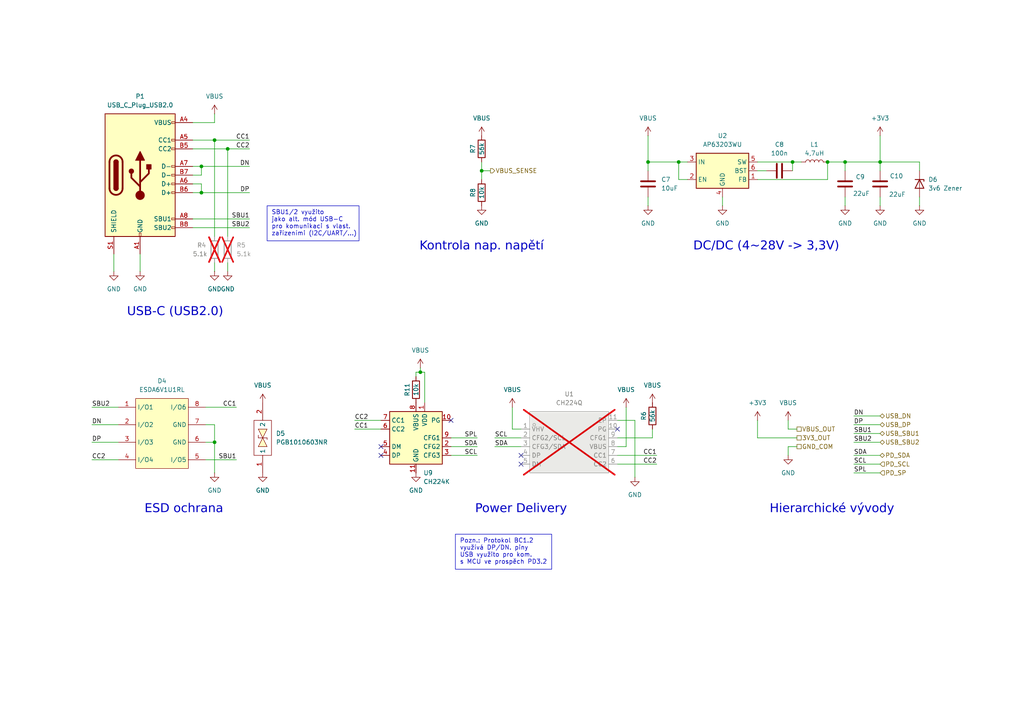
<source format=kicad_sch>
(kicad_sch (version 20250114) (generator "eeschema") (generator_version "9.0")
  (paper "A4")
  (title_block (title "PocKETlab") (date "2025-05-03") (rev "1.0.3") (company "TeaTech & KET FEL ZČU") (comment 1 "Licence: MIT") (comment 2 "Napájecí kaskáda, řízení Power Delivery a ESD ochrana USB") (comment 4 "Vyhotovil: Jiří Švihla"))
  (lib_symbols
    (symbol "Connector:USB_C_Receptacle_USB2.0" (pin_names (offset 1.016))
      (property "Reference" "J" (at -10.16 19.05 0))
      (property "Value" "USB_C_Receptacle_USB2.0" (at 19.05 19.05 0))
      (symbol "USB_C_Receptacle_USB2.0_0_0"
        (rectangle (start -0.254 -17.78) (end 0.254 -16.764))
        (rectangle (start 10.16 15.494) (end 9.144 14.986))
        (rectangle (start 10.16 10.414) (end 9.144 9.906))
        (rectangle (start 10.16 7.874) (end 9.144 7.366))
        (rectangle (start 10.16 2.794) (end 9.144 2.286))
        (rectangle (start 10.16 0.254) (end 9.144 -0.254))
        (rectangle (start 10.16 -2.286) (end 9.144 -2.794))
        (rectangle (start 10.16 -4.826) (end 9.144 -5.334))
        (rectangle (start 10.16 -12.446) (end 9.144 -12.954))
        (rectangle (start 10.16 -14.986) (end 9.144 -15.494))
      )
      (symbol "USB_C_Receptacle_USB2.0_0_1"
        (rectangle (start -10.16 17.78) (end 10.16 -17.78) (stroke (width 0.254)) (fill (type background)))
        (polyline (pts (xy -8.89 -3.81) (xy -8.89 3.81)) (stroke (width 0.508)))
        (rectangle (start -7.62 -3.81) (end -6.35 3.81) (stroke (width 0.254)) (fill (type outline)))
        (arc (start -7.62 3.81) (mid -6.985 4.4423) (end -6.35 3.81) (stroke (width 0.254)))
        (arc (start -7.62 3.81) (mid -6.985 4.4423) (end -6.35 3.81) (stroke (width 0.254)) (fill (type outline)))
        (arc (start -8.89 3.81) (mid -6.985 5.7067) (end -5.08 3.81) (stroke (width 0.508)))
        (arc (start -5.08 -3.81) (mid -6.985 -5.7067) (end -8.89 -3.81) (stroke (width 0.508)))
        (arc (start -6.35 -3.81) (mid -6.985 -4.4423) (end -7.62 -3.81) (stroke (width 0.254)))
        (arc (start -6.35 -3.81) (mid -6.985 -4.4423) (end -7.62 -3.81) (stroke (width 0.254)) (fill (type outline)))
        (polyline (pts (xy -5.08 3.81) (xy -5.08 -3.81)) (stroke (width 0.508)))
        (circle (center -2.54 1.143) (radius 0.635) (stroke (width 0.254)) (fill (type outline)))
        (polyline (pts (xy -1.27 4.318) (xy 0 6.858) (xy 1.27 4.318) (xy -1.27 4.318)) (stroke (width 0.254)) (fill (type outline)))
        (polyline (pts (xy 0 -2.032) (xy 2.54 0.508) (xy 2.54 1.778)) (stroke (width 0.508)))
        (polyline (pts (xy 0 -3.302) (xy -2.54 -0.762) (xy -2.54 0.508)) (stroke (width 0.508)))
        (polyline (pts (xy 0 -5.842) (xy 0 4.318)) (stroke (width 0.508)))
        (circle (center 0 -5.842) (radius 1.27) (fill (type outline)))
        (rectangle (start 1.905 1.778) (end 3.175 3.048) (stroke (width 0.254)) (fill (type outline)))
      )
      (symbol "USB_C_Receptacle_USB2.0_1_1"
        (pin passive line (at -7.62 -22.86 90) (length 5.08) (name "SHIELD") (number "S1"))
        (pin passive line (at 0 -22.86 90) (length 5.08) (name "GND") (number "A1"))
        (pin passive line (at 0 -22.86 90) (length 5.08) (hide yes) (name "GND") (number "A12"))
        (pin passive line (at 0 -22.86 90) (length 5.08) (hide yes) (name "GND") (number "B1"))
        (pin passive line (at 0 -22.86 90) (length 5.08) (hide yes) (name "GND") (number "B12"))
        (pin passive line (at 15.24 15.24 180) (length 5.08) (name "VBUS") (number "A4"))
        (pin passive line (at 15.24 15.24 180) (length 5.08) (hide yes) (name "VBUS") (number "A9"))
        (pin passive line (at 15.24 15.24 180) (length 5.08) (hide yes) (name "VBUS") (number "B4"))
        (pin passive line (at 15.24 15.24 180) (length 5.08) (hide yes) (name "VBUS") (number "B9"))
        (pin bidirectional line (at 15.24 10.16 180) (length 5.08) (name "CC1") (number "A5"))
        (pin bidirectional line (at 15.24 7.62 180) (length 5.08) (name "CC2") (number "B5"))
        (pin bidirectional line (at 15.24 2.54 180) (length 5.08) (name "D-") (number "A7"))
        (pin bidirectional line (at 15.24 0 180) (length 5.08) (name "D-") (number "B7"))
        (pin bidirectional line (at 15.24 -2.54 180) (length 5.08) (name "D+") (number "A6"))
        (pin bidirectional line (at 15.24 -5.08 180) (length 5.08) (name "D+") (number "B6"))
        (pin bidirectional line (at 15.24 -12.7 180) (length 5.08) (name "SBU1") (number "A8"))
        (pin bidirectional line (at 15.24 -15.24 180) (length 5.08) (name "SBU2") (number "B8"))
      )
    )
    (symbol "Device:C" (pin_numbers (hide yes)) (pin_names (offset 0.254))
      (property "Reference" "C" (at 0.635 2.54 0))
      (property "Value" "C" (at 0.635 -2.54 0))
      (symbol "C_0_1"
        (polyline (pts (xy -2.032 0.762) (xy 2.032 0.762)) (stroke (width 0.508)))
        (polyline (pts (xy -2.032 -0.762) (xy 2.032 -0.762)) (stroke (width 0.508)))
      )
      (symbol "C_1_1"
        (pin passive line (at 0 3.81 270) (length 2.794) (name "~") (number "1"))
        (pin passive line (at 0 -3.81 90) (length 2.794) (name "~") (number "2"))
      )
    )
    (symbol "Device:D_Zener" (pin_numbers (hide yes)) (pin_names (offset 1.016) (hide yes))
      (property "Reference" "D" (at 0 2.54 0))
      (property "Value" "D_Zener" (at 0 -2.54 0))
      (symbol "D_Zener_0_1"
        (polyline (pts (xy -1.27 -1.27) (xy -1.27 1.27) (xy -0.762 1.27)) (stroke (width 0.254)))
        (polyline (pts (xy 1.27 0) (xy -1.27 0)))
        (polyline (pts (xy 1.27 -1.27) (xy 1.27 1.27) (xy -1.27 0) (xy 1.27 -1.27)) (stroke (width 0.254)))
      )
      (symbol "D_Zener_1_1"
        (pin passive line (at -3.81 0 0) (length 2.54) (name "K") (number "1"))
        (pin passive line (at 3.81 0 180) (length 2.54) (name "A") (number "2"))
      )
    )
    (symbol "Device:L" (pin_numbers (hide yes)) (pin_names (offset 1.016) (hide yes))
      (property "Reference" "L" (at -1.27 0 90))
      (property "Value" "L" (at 1.905 0 90))
      (symbol "L_0_1"
        (arc (start 0 2.54) (mid 0.6323 1.905) (end 0 1.27))
        (arc (start 0 1.27) (mid 0.6323 0.635) (end 0 0))
        (arc (start 0 0) (mid 0.6323 -0.635) (end 0 -1.27))
        (arc (start 0 -1.27) (mid 0.6323 -1.905) (end 0 -2.54))
      )
      (symbol "L_1_1"
        (pin passive line (at 0 3.81 270) (length 1.27) (name "1") (number "1"))
        (pin passive line (at 0 -3.81 90) (length 1.27) (name "2") (number "2"))
      )
    )
    (symbol "Device:R" (pin_numbers (hide yes)) (pin_names (offset 0))
      (property "Reference" "R" (at 2.032 0 90))
      (property "Value" "R" (at 0 0 90))
      (symbol "R_0_1"
        (rectangle (start -1.016 -2.54) (end 1.016 2.54) (stroke (width 0.254)))
      )
      (symbol "R_1_1"
        (pin passive line (at 0 3.81 270) (length 1.27) (name "~") (number "1"))
        (pin passive line (at 0 -3.81 90) (length 1.27) (name "~") (number "2"))
      )
    )
    (symbol "Interface_USB:CH224K"
      (property "Reference" "U" (at -7.874 -8.89 0))
      (property "Value" "CH224K" (at 3.048 -8.89 0))
      (symbol "CH224K_1_1"
        (rectangle (start -7.62 7.62) (end 7.62 -7.62) (stroke (width 0.254)) (fill (type background)))
        (pin bidirectional line (at -10.16 5.08 0) (length 2.54) (name "CC1") (number "7"))
        (pin bidirectional line (at -10.16 2.54 0) (length 2.54) (name "CC2") (number "6"))
        (pin bidirectional line (at -10.16 -2.54 0) (length 2.54) (name "DM") (number "5"))
        (pin bidirectional line (at -10.16 -5.08 0) (length 2.54) (name "DP") (number "4"))
        (pin passive line (at 0 10.16 270) (length 2.54) (name "VBUS") (number "8"))
        (pin power_in line (at 0 -10.16 90) (length 2.54) (name "GND") (number "11"))
        (pin power_in line (at 2.54 10.16 270) (length 2.54) (name "VDD") (number "1"))
        (pin open_collector line (at 10.16 5.08 180) (length 2.54) (name "PG") (number "10"))
        (pin passive line (at 10.16 0 180) (length 2.54) (name "CFG1") (number "9"))
        (pin passive line (at 10.16 -2.54 180) (length 2.54) (name "CFG2") (number "2"))
        (pin passive line (at 10.16 -5.08 180) (length 2.54) (name "CFG3") (number "3"))
      )
    )
    (symbol "Regulator_Switching:AP63203WU"
      (property "Reference" "U" (at -7.62 6.35 0))
      (property "Value" "AP63203WU" (at 2.54 6.35 0))
      (symbol "AP63203WU_0_1"
        (rectangle (start -7.62 5.08) (end 7.62 -5.08) (stroke (width 0.254)) (fill (type background)))
      )
      (symbol "AP63203WU_1_1"
        (pin power_in line (at -10.16 2.54 0) (length 2.54) (name "IN") (number "3"))
        (pin input line (at -10.16 -2.54 0) (length 2.54) (name "EN") (number "2"))
        (pin power_in line (at 0 -7.62 90) (length 2.54) (name "GND") (number "4"))
        (pin output line (at 10.16 2.54 180) (length 2.54) (name "SW") (number "5"))
        (pin passive line (at 10.16 0 180) (length 2.54) (name "BST") (number "6"))
        (pin input line (at 10.16 -2.54 180) (length 2.54) (name "FB") (number "1"))
      )
    )
    (symbol "easyeda2kicad:CH224Q_C46061833"
      (property "Reference" "U" (at 0 11.43 0))
      (property "Value" "CH224Q_C46061833" (at 0 -11.43 0))
      (symbol "CH224Q_C46061833_0_1"
        (rectangle (start -11.43 8.89) (end 11.43 -8.89) (fill (type background)))
        (circle (center -10.16 5.08) (radius 0.38))
        (pin unspecified line (at -13.97 3.81 0) (length 2.54) (name "VHV") (number "1"))
        (pin unspecified line (at -13.97 1.27 0) (length 2.54) (name "CFG2/SCL") (number "2"))
        (pin unspecified line (at -13.97 -1.27 0) (length 2.54) (name "CFG3/SDA") (number "3"))
        (pin unspecified line (at -13.97 -3.81 0) (length 2.54) (name "DP") (number "4"))
        (pin unspecified line (at -13.97 -6.35 0) (length 2.54) (name "DM") (number "5"))
        (pin unspecified line (at 13.97 6.35 180) (length 2.54) (name "EP") (number "11"))
        (pin unspecified line (at 13.97 3.81 180) (length 2.54) (name "PG") (number "10"))
        (pin unspecified line (at 13.97 1.27 180) (length 2.54) (name "CFG1") (number "9"))
        (pin unspecified line (at 13.97 -1.27 180) (length 2.54) (name "VBUS") (number "8"))
        (pin unspecified line (at 13.97 -3.81 180) (length 2.54) (name "CC1") (number "7"))
        (pin unspecified line (at 13.97 -6.35 180) (length 2.54) (name "CC2") (number "6"))
      )
    )
    (symbol "easyeda2kicad:ESDA6V1U1RL"
      (property "Reference" "D" (at 0 12.7 0))
      (property "Value" "ESDA6V1U1RL" (at 0 -12.7 0))
      (symbol "ESDA6V1U1RL_0_1"
        (rectangle (start -7.62 10.16) (end 7.62 -10.16) (fill (type background)))
      )
      (symbol "ESDA6V1U1RL_1_1"
        (pin input line (at -12.7 7.62 0) (length 5.08) (name "I/O1") (number "1"))
        (pin input line (at -12.7 2.54 0) (length 5.08) (name "I/O2") (number "2"))
        (pin input line (at -12.7 -2.54 0) (length 5.08) (name "I/O3") (number "3"))
        (pin input line (at -12.7 -7.62 0) (length 5.08) (name "I/O4") (number "4"))
        (pin input line (at 12.7 7.62 180) (length 5.08) (name "I/O6") (number "8"))
        (pin power_in line (at 12.7 2.54 180) (length 5.08) (name "GND") (number "7"))
        (pin power_in line (at 12.7 -2.54 180) (length 5.08) (name "GND") (number "6"))
        (pin input line (at 12.7 -7.62 180) (length 5.08) (name "I/O5") (number "5"))
      )
    )
    (symbol "easyeda2kicad:PGB1010603NR"
      (property "Reference" "D" (at 0 5.08 0))
      (property "Value" "PGB1010603NR" (at 0 -5.08 0))
      (symbol "PGB1010603NR_0_1"
        (polyline (pts (xy -2.54 1.27) (xy 0 0) (xy -2.54 -1.27) (xy -2.54 1.27)) (fill (type background)))
        (polyline (pts (xy -0.51 -1.27) (xy 0 -1.27)))
        (polyline (pts (xy 0 1.27) (xy 0.76 1.27)))
        (polyline (pts (xy 0 0) (xy 0 1.27)))
        (polyline (pts (xy 0 -1.27) (xy 0 0)))
        (polyline (pts (xy 2.54 1.27) (xy 0 0) (xy 2.54 -1.27) (xy 2.54 1.27)) (fill (type background)))
      )
      (symbol "PGB1010603NR_1_1"
        (rectangle (start -5.08 2.54) (end 5.08 -2.54))
        (pin passive line (at -10.16 0 0) (length 5.08) (name "1") (number "1"))
        (pin passive line (at 10.16 0 180) (length 5.08) (name "2") (number "2"))
      )
    )
    (symbol "power:+3V3" (power) (pin_numbers (hide yes)) (pin_names (offset 0) (hide yes))
      (property "Value" "+3V3" (at 0 3.556 0))
      (symbol "+3V3_0_1"
        (polyline (pts (xy -0.762 1.27) (xy 0 2.54)))
        (polyline (pts (xy 0 2.54) (xy 0.762 1.27)))
        (polyline (pts (xy 0 0) (xy 0 2.54)))
      )
      (symbol "+3V3_1_1"
        (pin power_in line (at 0 0 90) (length 0) (name "~") (number "1"))
      )
    )
    (symbol "power:GND" (power) (pin_numbers (hide yes)) (pin_names (offset 0) (hide yes))
      (property "Value" "GND" (at 0 -3.81 0))
      (symbol "GND_0_1"
        (polyline (pts (xy 0 0) (xy 0 -1.27) (xy 1.27 -1.27) (xy 0 -2.54) (xy -1.27 -1.27) (xy 0 -1.27)))
      )
      (symbol "GND_1_1"
        (pin power_in line (at 0 0 270) (length 0) (name "~") (number "1"))
      )
    )
    (symbol "power:VBUS" (power) (pin_numbers (hide yes)) (pin_names (offset 0) (hide yes))
      (property "Value" "VBUS" (at 0 3.556 0))
      (symbol "VBUS_0_1"
        (polyline (pts (xy -0.762 1.27) (xy 0 2.54)))
        (polyline (pts (xy 0 2.54) (xy 0.762 1.27)))
        (polyline (pts (xy 0 0) (xy 0 2.54)))
      )
      (symbol "VBUS_1_1"
        (pin power_in line (at 0 0 90) (length 0) (name "~") (number "1"))
      )
    )
  )
  (rectangle (start 77.47 59.69) (end 104.14 69.85))
  (rectangle (start 132.08 154.94) (end 160.02 165.1))
  (text "Pozn.: Protokol BC1.2\nvyužívá DP/DN. piny\nUSB využito pro kom.\ns MCU ve prospěch PD3.2" (at 133.35 160.02 0) (effects (font (size 1.27 1.27)) (justify left)))
  (text "Hierarchické vývody" (at 241.3 149.86 0) (effects (font (size 2.54 2.54)) (justify bottom)))
  (text "USB-C (USB2.0)" (at 50.8 92.71 0) (effects (font (size 2.54 2.54)) (justify bottom)))
  (text "SBU1/2 využito\njako alt. mód USB-C\npro komunikaci s vlast.\nzařízeními (I2C/UART/...)" (at 78.74 64.77 0) (effects (font (size 1.27 1.27)) (justify left)))
  (text "DC/DC (4~28V -> 3,3V)" (at 222.25 73.66 0) (effects (font (size 2.54 2.54)) (justify bottom)))
  (text "Kontrola nap. napětí" (at 139.7 73.66 0) (effects (font (size 2.54 2.54)) (justify bottom)))
  (text "ESD ochrana" (at 53.34 149.86 0) (effects (font (size 2.54 2.54)) (justify bottom)))
  (text "Power Delivery" (at 151.13 149.86 0) (effects (font (size 2.54 2.54)) (justify bottom)))
  (junction (at 62.23 128.27))
  (junction (at 240.03 46.99))
  (junction (at 245.11 46.99))
  (junction (at 196.85 46.99))
  (junction (at 187.96 46.99))
  (junction (at 255.27 46.99))
  (junction (at 121.92 107.95))
  (junction (at 62.23 40.64))
  (junction (at 58.42 48.26))
  (junction (at 58.42 55.88))
  (junction (at 229.87 46.99))
  (junction (at 139.7 49.53))
  (junction (at 66.04 43.18))
  (no_connect (at 151.13 134.62))
  (no_connect (at 110.49 132.08))
  (no_connect (at 179.07 124.46))
  (no_connect (at 130.81 121.92))
  (no_connect (at 110.49 129.54))
  (no_connect (at 151.13 132.08))
  (wire (pts (xy 55.88 43.18) (xy 66.04 43.18)))
  (wire (pts (xy 179.07 134.62) (xy 190.5 134.62)))
  (wire (pts (xy 139.7 49.53) (xy 139.7 52.07)))
  (wire (pts (xy 266.7 57.15) (xy 266.7 59.69)))
  (wire (pts (xy 55.88 55.88) (xy 58.42 55.88)))
  (wire (pts (xy 66.04 43.18) (xy 72.39 43.18)))
  (wire (pts (xy 228.6 129.54) (xy 231.14 129.54)))
  (wire (pts (xy 219.71 127) (xy 231.14 127)))
  (wire (pts (xy 66.04 76.2) (xy 66.04 78.74)))
  (wire (pts (xy 120.65 109.22) (xy 120.65 107.95)))
  (wire (pts (xy 228.6 132.08) (xy 228.6 129.54)))
  (wire (pts (xy 196.85 52.07) (xy 196.85 46.99)))
  (wire (pts (xy 266.7 46.99) (xy 255.27 46.99)))
  (wire (pts (xy 209.55 57.15) (xy 209.55 59.69)))
  (wire (pts (xy 26.67 118.11) (xy 34.29 118.11)))
  (wire (pts (xy 255.27 46.99) (xy 245.11 46.99)))
  (wire (pts (xy 130.81 129.54) (xy 138.43 129.54)))
  (wire (pts (xy 26.67 128.27) (xy 34.29 128.27)))
  (wire (pts (xy 26.67 133.35) (xy 34.29 133.35)))
  (wire (pts (xy 240.03 52.07) (xy 240.03 46.99)))
  (wire (pts (xy 62.23 76.2) (xy 62.23 78.74)))
  (wire (pts (xy 219.71 52.07) (xy 240.03 52.07)))
  (wire (pts (xy 247.65 120.65) (xy 255.27 120.65)))
  (wire (pts (xy 189.23 124.46) (xy 189.23 127)))
  (wire (pts (xy 187.96 49.53) (xy 187.96 46.99)))
  (wire (pts (xy 62.23 40.64) (xy 62.23 68.58)))
  (wire (pts (xy 120.65 107.95) (xy 121.92 107.95)))
  (wire (pts (xy 123.19 107.95) (xy 121.92 107.95)))
  (wire (pts (xy 245.11 49.53) (xy 245.11 46.99)))
  (wire (pts (xy 33.02 78.74) (xy 33.02 73.66)))
  (wire (pts (xy 58.42 50.8) (xy 58.42 48.26)))
  (wire (pts (xy 139.7 49.53) (xy 142.24 49.53)))
  (wire (pts (xy 66.04 43.18) (xy 66.04 68.58)))
  (wire (pts (xy 62.23 123.19) (xy 62.23 128.27)))
  (wire (pts (xy 229.87 46.99) (xy 229.87 49.53)))
  (wire (pts (xy 184.15 138.43) (xy 184.15 121.92)))
  (wire (pts (xy 228.6 121.92) (xy 228.6 124.46)))
  (wire (pts (xy 184.15 121.92) (xy 179.07 121.92)))
  (wire (pts (xy 196.85 46.99) (xy 199.39 46.99)))
  (wire (pts (xy 102.87 124.46) (xy 110.49 124.46)))
  (wire (pts (xy 62.23 137.16) (xy 62.23 128.27)))
  (wire (pts (xy 199.39 52.07) (xy 196.85 52.07)))
  (wire (pts (xy 219.71 121.92) (xy 219.71 127)))
  (wire (pts (xy 40.64 78.74) (xy 40.64 73.66)))
  (wire (pts (xy 219.71 46.99) (xy 229.87 46.99)))
  (wire (pts (xy 247.65 134.62) (xy 255.27 134.62)))
  (wire (pts (xy 58.42 55.88) (xy 72.39 55.88)))
  (wire (pts (xy 58.42 55.88) (xy 58.42 53.34)))
  (wire (pts (xy 130.81 132.08) (xy 138.43 132.08)))
  (wire (pts (xy 59.69 118.11) (xy 68.58 118.11)))
  (wire (pts (xy 55.88 48.26) (xy 58.42 48.26)))
  (wire (pts (xy 245.11 46.99) (xy 240.03 46.99)))
  (wire (pts (xy 102.87 121.92) (xy 110.49 121.92)))
  (wire (pts (xy 55.88 50.8) (xy 58.42 50.8)))
  (wire (pts (xy 62.23 128.27) (xy 59.69 128.27)))
  (wire (pts (xy 247.65 125.73) (xy 255.27 125.73)))
  (wire (pts (xy 179.07 127) (xy 189.23 127)))
  (wire (pts (xy 143.51 129.54) (xy 151.13 129.54)))
  (wire (pts (xy 143.51 127) (xy 151.13 127)))
  (wire (pts (xy 121.92 107.95) (xy 121.92 106.68)))
  (wire (pts (xy 179.07 129.54) (xy 181.61 129.54)))
  (wire (pts (xy 247.65 123.19) (xy 255.27 123.19)))
  (wire (pts (xy 55.88 66.04) (xy 72.39 66.04)))
  (wire (pts (xy 255.27 49.53) (xy 255.27 46.99)))
  (wire (pts (xy 255.27 39.37) (xy 255.27 46.99)))
  (wire (pts (xy 34.29 123.19) (xy 26.67 123.19)))
  (wire (pts (xy 58.42 48.26) (xy 72.39 48.26)))
  (wire (pts (xy 55.88 53.34) (xy 58.42 53.34)))
  (wire (pts (xy 247.65 137.16) (xy 255.27 137.16)))
  (wire (pts (xy 62.23 40.64) (xy 72.39 40.64)))
  (wire (pts (xy 181.61 129.54) (xy 181.61 118.11)))
  (wire (pts (xy 219.71 49.53) (xy 222.25 49.53)))
  (wire (pts (xy 266.7 49.53) (xy 266.7 46.99)))
  (wire (pts (xy 229.87 46.99) (xy 232.41 46.99)))
  (wire (pts (xy 187.96 39.37) (xy 187.96 46.99)))
  (wire (pts (xy 130.81 127) (xy 138.43 127)))
  (wire (pts (xy 187.96 57.15) (xy 187.96 59.69)))
  (wire (pts (xy 139.7 46.99) (xy 139.7 49.53)))
  (wire (pts (xy 123.19 116.84) (xy 123.19 107.95)))
  (wire (pts (xy 245.11 57.15) (xy 245.11 59.69)))
  (wire (pts (xy 228.6 124.46) (xy 231.14 124.46)))
  (wire (pts (xy 247.65 128.27) (xy 255.27 128.27)))
  (wire (pts (xy 187.96 46.99) (xy 196.85 46.99)))
  (wire (pts (xy 148.59 124.46) (xy 148.59 118.11)))
  (wire (pts (xy 59.69 123.19) (xy 62.23 123.19)))
  (wire (pts (xy 59.69 133.35) (xy 68.58 133.35)))
  (wire (pts (xy 55.88 63.5) (xy 72.39 63.5)))
  (wire (pts (xy 255.27 57.15) (xy 255.27 59.69)))
  (wire (pts (xy 62.23 35.56) (xy 62.23 33.02)))
  (wire (pts (xy 151.13 124.46) (xy 148.59 124.46)))
  (wire (pts (xy 55.88 35.56) (xy 62.23 35.56)))
  (wire (pts (xy 55.88 40.64) (xy 62.23 40.64)))
  (wire (pts (xy 247.65 132.08) (xy 255.27 132.08)))
  (wire (pts (xy 179.07 132.08) (xy 190.5 132.08)))
  (label "SCL" (at 138.43 132.08 180))
  (label "DN" (at 72.39 48.26 180))
  (label "SDA" (at 247.65 132.08 0))
  (label "SPL" (at 247.65 137.16 0))
  (label "CC1" (at 190.5 132.08 180))
  (label "DN" (at 247.65 120.65 0))
  (label "SPL" (at 138.43 127 180))
  (label "SDA" (at 138.43 129.54 180))
  (label "DP" (at 26.67 128.27 0))
  (label "CC2" (at 190.5 134.62 180))
  (label "SBU1" (at 247.65 125.73 0))
  (label "CC2" (at 72.39 43.18 180))
  (label "CC2" (at 102.87 121.92 0))
  (label "SCL" (at 143.51 127 0))
  (label "DP" (at 72.39 55.88 180))
  (label "CC2" (at 26.67 133.35 0))
  (label "SBU2" (at 72.39 66.04 180))
  (label "SBU1" (at 68.58 133.35 180))
  (label "DN" (at 26.67 123.19 0))
  (label "SCL" (at 247.65 134.62 0))
  (label "SDA" (at 143.51 129.54 0))
  (label "CC1" (at 102.87 124.46 0))
  (label "SBU1" (at 72.39 63.5 180))
  (label "SBU2" (at 247.65 128.27 0))
  (label "SBU2" (at 26.67 118.11 0))
  (label "DP" (at 247.65 123.19 0))
  (label "CC1" (at 68.58 118.11 180))
  (label "CC1" (at 72.39 40.64 180))
  (hierarchical_label "GND_COM" (shape passive) (at 231.14 129.54 0))
  (hierarchical_label "USB_DP" (shape bidirectional) (at 255.27 123.19 0))
  (hierarchical_label "USB_DN" (shape bidirectional) (at 255.27 120.65 0))
  (hierarchical_label "3V3_OUT" (shape passive) (at 231.14 127 0))
  (hierarchical_label "USB_SBU1" (shape bidirectional) (at 255.27 125.73 0))
  (hierarchical_label "VBUS_OUT" (shape passive) (at 231.14 124.46 0))
  (hierarchical_label "PD_SP" (shape input) (at 255.27 137.16 0))
  (hierarchical_label "PD_SCL" (shape input) (at 255.27 134.62 0))
  (hierarchical_label "VBUS_SENSE" (shape output) (at 142.24 49.53 0))
  (hierarchical_label "PD_SDA" (shape bidirectional) (at 255.27 132.08 0))
  (hierarchical_label "USB_SBU2" (shape bidirectional) (at 255.27 128.27 0))
  (symbol (lib_id "Device:C") (at 226.06 49.53 90) (unit 1)
    (property "Reference" "C8" (at 226.06 41.91 90))
    (property "Value" "100n" (at 226.06 44.45 90))
    (property "Footprint" "Capacitor_SMD:C_0603_1608Metric" (effects (hide yes)))
    (property "Description" "Unpolarized capacitor" (effects (hide yes)))
    (property "Type" "Basic" (effects (hide yes)))
    (property "LCSC Part" "C14663" (effects (hide yes)))
  )
  (symbol (lib_id "power:VBUS") (at 187.96 39.37 0) (unit 1)
    (property "Reference" "#PWR037" (effects (hide yes)))
    (property "Value" "VBUS" (at 187.96 34.29 0))
  )
  (symbol (lib_id "power:+3V3") (at 255.27 39.37 0) (unit 1)
    (property "Reference" "#PWR046" (effects (hide yes)))
    (property "Value" "+3V3" (at 255.27 34.29 0))
  )
  (symbol (lib_id "easyeda2kicad:PGB1010603NR") (at 76.2 127 90) (unit 1)
    (property "Reference" "D5" (at 80.01 125.7299 90) (effects (justify right)))
    (property "Value" "PGB1010603NR" (at 80.01 128.2699 90) (effects (justify right)))
    (property "Footprint" "easyeda2kicad:D0603-BI" (effects (hide yes)))
    (property "Datasheet" "https://lcsc.com/product-detail/Diodes-ESD_Littelfuse_PGB1010603NR_PGB1010603NR_C10677.html" (effects (hide yes)))
    (property "LCSC Part" "C10677" (effects (hide yes)))
  )
  (symbol (lib_id "power:VBUS") (at 228.6 121.92 0) (unit 1)
    (property "Reference" "#PWR044" (effects (hide yes)))
    (property "Value" "VBUS" (at 228.6 116.84 0))
  )
  (symbol (lib_id "power:VBUS") (at 148.59 118.11 0) (unit 1)
    (property "Reference" "#PWR034" (effects (hide yes)))
    (property "Value" "VBUS" (at 148.59 113.03 0))
  )
  (symbol (lib_id "power:VBUS") (at 62.23 33.02 0) (unit 1)
    (property "Reference" "#PWR028" (effects (hide yes)))
    (property "Value" "VBUS" (at 62.23 27.94 0))
  )
  (symbol (lib_id "Connector:USB_C_Receptacle_USB2.0") (at 40.64 50.8 0) (unit 1)
    (property "Reference" "P1" (at 40.64 27.94 0))
    (property "Value" "USB_C_Plug_USB2.0" (at 40.64 30.48 0))
    (property "Footprint" "Connector_USB:USB_C_Receptacle_Palconn_UTC16-G" (effects (hide yes)))
    (property "Datasheet" "https://www.usb.org/sites/default/files/documents/usb_type-c.zip" (effects (hide yes)))
    (property "Type" "Extended" (effects (hide yes)))
    (property "LCSC Part" "C165948" (effects (hide yes)))
  )
  (symbol (lib_id "power:GND") (at 120.65 137.16 0) (unit 1)
    (property "Reference" "#PWR056" (effects (hide yes)))
    (property "Value" "GND" (at 120.65 142.24 0))
  )
  (symbol (lib_id "power:VBUS") (at 139.7 39.37 0) (unit 1)
    (property "Reference" "#PWR039" (effects (hide yes)))
    (property "Value" "VBUS" (at 139.7 34.29 0))
  )
  (symbol (lib_id "Device:R") (at 139.7 43.18 180) (unit 1)
    (property "Reference" "R7" (at 137.16 43.18 90))
    (property "Value" "56k" (at 139.7 43.18 90))
    (property "Footprint" "Resistor_SMD:R_0603_1608Metric" (effects (hide yes)))
    (property "Description" "Resistor" (effects (hide yes)))
    (property "LCSC Part" "C23206" (effects (hide yes)))
  )
  (symbol (lib_id "power:GND") (at 33.02 78.74 0) (unit 1)
    (property "Reference" "#PWR026" (effects (hide yes)))
    (property "Value" "GND" (at 33.02 83.82 0))
  )
  (symbol (lib_id "Device:R") (at 189.23 120.65 180) (unit 1)
    (property "Reference" "R6" (at 186.69 120.65 90))
    (property "Value" "56k" (at 189.23 120.65 90))
    (property "Footprint" "Resistor_SMD:R_0603_1608Metric" (effects (hide yes)))
    (property "Description" "Resistor" (effects (hide yes)))
    (property "LCSC Part" "C23206" (effects (hide yes)))
  )
  (symbol (lib_id "Device:R") (at 120.65 113.03 180) (unit 1)
    (property "Reference" "R11" (at 118.11 113.03 90))
    (property "Value" "10k" (at 120.65 113.03 90))
    (property "Footprint" "Resistor_SMD:R_0603_1608Metric" (effects (hide yes)))
    (property "Description" "Resistor" (effects (hide yes)))
    (property "LCSC Part" "C25804" (effects (hide yes)))
  )
  (symbol (lib_id "Device:R") (at 139.7 55.88 180) (unit 1)
    (property "Reference" "R8" (at 137.16 55.88 90))
    (property "Value" "10k" (at 139.7 55.88 90))
    (property "Footprint" "Resistor_SMD:R_0603_1608Metric" (effects (hide yes)))
    (property "Description" "Resistor" (effects (hide yes)))
    (property "LCSC Part" "C25804" (effects (hide yes)))
  )
  (symbol (lib_id "power:VBUS") (at 76.2 116.84 0) (unit 1)
    (property "Reference" "#PWR032" (effects (hide yes)))
    (property "Value" "VBUS" (at 76.2 111.76 0))
  )
  (symbol (lib_id "easyeda2kicad:CH224Q_C46061833") (at 165.1 128.27 0) (unit 1) (dnp yes)
    (property "Reference" "U1" (at 165.1 114.3 0))
    (property "Value" "CH224Q" (at 165.1 116.84 0))
    (property "Footprint" "easyeda2kicad:DFN-10_L2.0-W2.0-P0.40-BL-EP" (effects (hide yes)))
    (property "LCSC Part" "C46061833" (effects (hide yes)))
  )
  (symbol (lib_id "power:VBUS") (at 121.92 106.68 0) (unit 1)
    (property "Reference" "#PWR055" (effects (hide yes)))
    (property "Value" "VBUS" (at 121.92 101.6 0))
  )
  (symbol (lib_id "power:GND") (at 62.23 137.16 0) (unit 1)
    (property "Reference" "#PWR030" (effects (hide yes)))
    (property "Value" "GND" (at 62.23 142.24 0))
  )
  (symbol (lib_id "Device:R") (at 66.04 72.39 0) (unit 1) (dnp yes)
    (property "Reference" "R5" (at 68.58 71.12 0) (effects (justify left)))
    (property "Value" "5.1k" (at 68.58 73.66 0) (effects (justify left)))
    (property "Footprint" "Resistor_SMD:R_0402_1005Metric" (effects (hide yes)))
    (property "Datasheet" "https://datasheet.lcsc.com/lcsc/2206010045_UNI-ROYAL-Uniroyal-Elec-0402WGF5101TCE_C25905.pdf" (effects (hide yes)))
    (property "Type" "Basic" (effects (hide yes)))
    (property "LCSC Part" "C25905" (effects (hide yes)))
  )
  (symbol (lib_id "Device:R") (at 62.23 72.39 0) (unit 1) (dnp yes)
    (property "Reference" "R4" (at 57.15 71.12 0) (effects (justify left)))
    (property "Value" "5.1k" (at 55.88 73.66 0) (effects (justify left)))
    (property "Footprint" "Resistor_SMD:R_0402_1005Metric" (effects (hide yes)))
    (property "Datasheet" "https://datasheet.lcsc.com/lcsc/2206010045_UNI-ROYAL-Uniroyal-Elec-0402WGF5101TCE_C25905.pdf" (effects (hide yes)))
    (property "Type" "Basic" (effects (hide yes)))
    (property "LCSC Part" "C25905" (effects (hide yes)))
  )
  (symbol (lib_id "power:+3V3") (at 219.71 121.92 0) (unit 1)
    (property "Reference" "#PWR042" (effects (hide yes)))
    (property "Value" "+3V3" (at 219.71 116.84 0))
    (property "Description" "Power symbol creates a global label with name \"+3V3\"" (effects (hide yes)))
  )
  (symbol (lib_id "Device:C") (at 245.11 53.34 180) (unit 1)
    (property "Reference" "C9" (at 248.158 51.308 0) (effects (justify right)))
    (property "Value" "22uF" (at 247.396 56.134 0) (effects (justify right)))
    (property "Footprint" "Capacitor_SMD:C_0603_1608Metric" (effects (hide yes)))
    (property "Description" "Unpolarized capacitor" (effects (hide yes)))
    (property "Type" "Basic" (effects (hide yes)))
    (property "LCSC Part" "C59461" (effects (hide yes)))
  )
  (symbol (lib_id "Interface_USB:CH224K") (at 120.65 127 0) (unit 1)
    (property "Reference" "U9" (at 122.7933 137.16 0) (effects (justify left)))
    (property "Value" "CH224K" (at 122.7933 139.7 0) (effects (justify left)))
    (property "Footprint" "Package_SO:SSOP-10-1EP_3.9x4.9mm_P1mm_EP2.1x3.3mm" (effects (hide yes)))
    (property "Datasheet" "https://www.wch.cn/downloads/file/301.html" (effects (hide yes)))
    (property "Description" "100W USB Type-C PD3.0/2.0, BC1.2 Sink Controller, SSOP-10" (effects (hide yes)))
  )
  (symbol (lib_id "power:GND") (at 62.23 78.74 0) (unit 1)
    (property "Reference" "#PWR029" (effects (hide yes)))
    (property "Value" "GND" (at 62.23 83.82 0))
  )
  (symbol (lib_id "power:GND") (at 76.2 137.16 0) (unit 1)
    (property "Reference" "#PWR033" (effects (hide yes)))
    (property "Value" "GND" (at 76.2 142.24 0))
  )
  (symbol (lib_id "power:GND") (at 40.64 78.74 0) (unit 1)
    (property "Reference" "#PWR027" (effects (hide yes)))
    (property "Value" "GND" (at 40.64 83.82 0))
  )
  (symbol (lib_id "power:GND") (at 266.7 59.69 0) (unit 1)
    (property "Reference" "#PWR048" (effects (hide yes)))
    (property "Value" "GND" (at 266.7 64.77 0))
  )
  (symbol (lib_id "easyeda2kicad:ESDA6V1U1RL") (at 46.99 125.73 0) (unit 1)
    (property "Reference" "D4" (at 46.99 110.49 0))
    (property "Value" "ESDA6V1U1RL" (at 46.99 113.03 0))
    (property "Footprint" "easyeda2kicad:SO-8_L4.9-W3.9-P1.27-LS5.9-BL" (effects (hide yes)))
    (property "Datasheet" "https://lcsc.com/product-detail/Diodes-ESD_STMicroelectronics_ESDA6V1U1RL_ESDA6V1U1RL_C118278.html" (effects (hide yes)))
    (property "LCSC Part" "C118278" (effects (hide yes)))
  )
  (symbol (lib_id "power:VBUS") (at 181.61 118.11 0) (unit 1)
    (property "Reference" "#PWR035" (effects (hide yes)))
    (property "Value" "VBUS" (at 181.61 113.03 0))
  )
  (symbol (lib_id "power:GND") (at 187.96 59.69 0) (unit 1)
    (property "Reference" "#PWR038" (effects (hide yes)))
    (property "Value" "GND" (at 187.96 64.77 0))
  )
  (symbol (lib_id "Regulator_Switching:AP63203WU") (at 209.55 49.53 0) (unit 1)
    (property "Reference" "U2" (at 209.55 39.37 0))
    (property "Value" "AP63203WU" (at 209.55 41.91 0))
    (property "Footprint" "Package_TO_SOT_SMD:TSOT-23-6" (effects (hide yes)))
    (property "Datasheet" "https://www.diodes.com/assets/Datasheets/AP63200-AP63201-AP63203-AP63205.pdf" (effects (hide yes)))
    (property "Description" "2A, 1.1MHz Buck DC/DC Converter, fixed 3.3V output voltage, TSOT-23-6" (effects (hide yes)))
    (property "Type" "Extended" (effects (hide yes)))
    (property "LCSC Part" "C780769" (effects (hide yes)))
  )
  (symbol (lib_id "power:GND") (at 209.55 59.69 0) (unit 1)
    (property "Reference" "#PWR041" (effects (hide yes)))
    (property "Value" "GND" (at 209.55 64.77 0))
  )
  (symbol (lib_id "power:GND") (at 228.6 132.08 0) (unit 1)
    (property "Reference" "#PWR045" (effects (hide yes)))
    (property "Value" "GND" (at 228.6 137.16 0))
    (property "Description" "Power symbol creates a global label with name \"GND\" , ground" (effects (hide yes)))
  )
  (symbol (lib_id "power:GND") (at 255.27 59.69 0) (unit 1)
    (property "Reference" "#PWR047" (effects (hide yes)))
    (property "Value" "GND" (at 255.27 64.77 0))
  )
  (symbol (lib_id "power:GND") (at 184.15 138.43 0) (unit 1)
    (property "Reference" "#PWR059" (effects (hide yes)))
    (property "Value" "GND" (at 184.15 143.51 0))
  )
  (symbol (lib_id "power:VBUS") (at 189.23 116.84 0) (unit 1)
    (property "Reference" "#PWR036" (effects (hide yes)))
    (property "Value" "VBUS" (at 189.23 111.76 0))
  )
  (symbol (lib_id "Device:C") (at 255.27 53.34 180) (unit 1)
    (property "Reference" "C10" (at 258.064 51.054 0) (effects (justify right)))
    (property "Value" "22uF" (at 257.81 56.388 0) (effects (justify right)))
    (property "Footprint" "Capacitor_SMD:C_0603_1608Metric" (effects (hide yes)))
    (property "Description" "Unpolarized capacitor" (effects (hide yes)))
    (property "Type" "Basic" (effects (hide yes)))
    (property "LCSC Part" "C59461" (effects (hide yes)))
  )
  (symbol (lib_id "Device:D_Zener") (at 266.7 53.34 270) (unit 1)
    (property "Reference" "D6" (at 269.24 52.0699 90) (effects (justify left)))
    (property "Value" "3v6 Zener" (at 269.24 54.6099 90) (effects (justify left)))
    (property "Footprint" "Diode_SMD:D_SOD-123" (effects (hide yes)))
    (property "Description" "Zener diode" (effects (hide yes)))
    (property "LCSC Part" "C66886" (effects (hide yes)))
  )
  (symbol (lib_id "Device:C") (at 187.96 53.34 180) (unit 1)
    (property "Reference" "C7" (at 191.77 52.0699 0) (effects (justify right)))
    (property "Value" "10uF" (at 191.77 54.6099 0) (effects (justify right)))
    (property "Footprint" "Capacitor_SMD:C_0603_1608Metric" (effects (hide yes)))
    (property "Description" "Unpolarized capacitor" (effects (hide yes)))
    (property "Type" "Basic" (effects (hide yes)))
    (property "LCSC Part" "C19702" (effects (hide yes)))
  )
  (symbol (lib_id "Device:L") (at 236.22 46.99 90) (unit 1)
    (property "Reference" "L1" (at 236.22 41.91 90))
    (property "Value" "4,7uH" (at 236.22 44.45 90))
    (property "Footprint" "easyeda2kicad:IND-SMD_L3.5-W3.0" (effects (hide yes)))
    (property "Description" "Inductor" (effects (hide yes)))
    (property "Type" "Extended" (effects (hide yes)))
    (property "LCSC Part" "C915148" (effects (hide yes)))
  )
  (symbol (lib_id "power:GND") (at 245.11 59.69 0) (unit 1)
    (property "Reference" "#PWR043" (effects (hide yes)))
    (property "Value" "GND" (at 245.11 64.77 0))
  )
  (symbol (lib_id "power:GND") (at 66.04 78.74 0) (unit 1)
    (property "Reference" "#PWR031" (effects (hide yes)))
    (property "Value" "GND" (at 66.04 83.82 0))
  )
  (symbol (lib_id "power:GND") (at 139.7 59.69 0) (unit 1)
    (property "Reference" "#PWR040" (effects (hide yes)))
    (property "Value" "GND" (at 139.7 64.77 0))
  )
)
</source>
